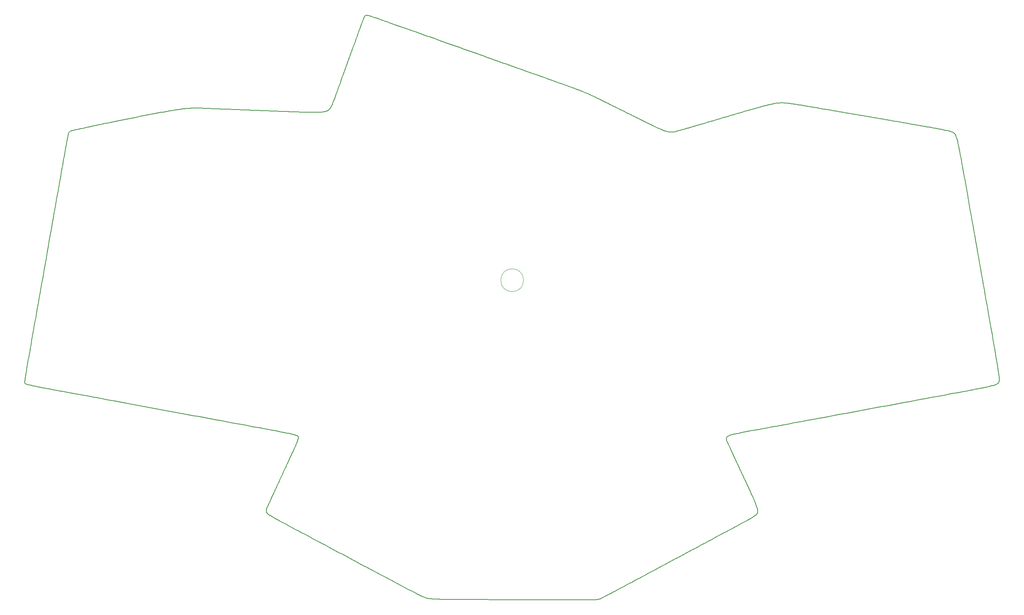
<source format=gm1>
G04 #@! TF.GenerationSoftware,KiCad,Pcbnew,(6.0.4)*
G04 #@! TF.CreationDate,2022-12-01T16:17:54-05:00*
G04 #@! TF.ProjectId,Ostrich,4f737472-6963-4682-9e6b-696361645f70,rev?*
G04 #@! TF.SameCoordinates,Original*
G04 #@! TF.FileFunction,Profile,NP*
%FSLAX46Y46*%
G04 Gerber Fmt 4.6, Leading zero omitted, Abs format (unit mm)*
G04 Created by KiCad (PCBNEW (6.0.4)) date 2022-12-01 16:17:54*
%MOMM*%
%LPD*%
G01*
G04 APERTURE LIST*
%ADD10C,0.200000*%
G04 #@! TA.AperFunction,Profile*
%ADD11C,0.200000*%
G04 #@! TD*
G04 #@! TA.AperFunction,Profile*
%ADD12C,0.100000*%
G04 #@! TD*
G04 APERTURE END LIST*
D10*
X51936320Y-110326195D02*
X52898208Y-110504689D01*
X53911431Y-110692633D01*
X54972560Y-110889392D01*
X56078165Y-111094334D01*
X57224818Y-111306828D01*
X58409090Y-111526239D01*
X59627553Y-111751936D01*
X60876778Y-111983287D01*
X62153336Y-112219658D01*
X63453798Y-112460416D01*
X64774736Y-112704931D01*
X66112722Y-112952568D01*
X67464326Y-113202695D01*
X68826119Y-113454680D01*
X70194674Y-113707890D01*
X71566561Y-113961693D01*
X72938351Y-114215456D01*
X74306617Y-114468546D01*
X75667929Y-114720332D01*
X77018858Y-114970179D01*
X78355976Y-115217457D01*
X79675854Y-115461531D01*
X80975064Y-115701771D01*
X82250176Y-115937542D01*
X83497763Y-116168213D01*
X84714395Y-116393151D01*
X85896643Y-116611724D01*
X87041080Y-116823298D01*
X88144276Y-117027242D01*
X89202802Y-117222922D01*
X90213230Y-117409706D01*
X91172132Y-117586963D01*
X52855139Y-51467435D02*
X52639072Y-51514617D01*
X52364464Y-51574589D01*
X52143152Y-51622939D01*
X51919132Y-51671934D01*
X51702386Y-51719535D01*
X51497297Y-51765766D01*
X51469036Y-51772337D01*
X249857108Y-61534446D02*
X249716496Y-60741540D01*
X249584053Y-59996010D01*
X249459328Y-59296327D01*
X249341870Y-58640962D01*
X249231230Y-58028387D01*
X249126955Y-57457075D01*
X249028596Y-56925496D01*
X248935702Y-56432123D01*
X248847821Y-55975426D01*
X248764503Y-55553879D01*
X248685298Y-55165953D01*
X248609755Y-54810119D01*
X248537422Y-54484849D01*
X248467850Y-54188616D01*
X248400587Y-53919890D01*
X248335184Y-53677143D01*
X248271188Y-53458848D01*
X248208149Y-53263475D01*
X248083141Y-52935386D01*
X247956554Y-52680650D01*
X247824782Y-52487040D01*
X247684218Y-52342331D01*
X247449002Y-52190211D01*
X247173725Y-52079347D01*
X163173182Y-156253890D02*
X163602032Y-156255228D01*
X164006211Y-156256442D01*
X164386559Y-156257493D01*
X164743915Y-156258344D01*
X165079122Y-156258957D01*
X165393018Y-156259293D01*
X165686446Y-156259315D01*
X165960244Y-156258985D01*
X166215255Y-156258265D01*
X166452319Y-156257117D01*
X166672275Y-156255503D01*
X166875965Y-156253386D01*
X167237909Y-156247488D01*
X167544874Y-156239120D01*
X167803585Y-156227980D01*
X168020767Y-156213763D01*
X168283381Y-156186006D01*
X168490381Y-156149623D01*
X168719093Y-156085922D01*
X168828314Y-156046881D01*
X203986867Y-136456978D02*
X203950868Y-136199348D01*
X203884388Y-135906674D01*
X203823096Y-135690573D01*
X203748203Y-135456622D01*
X203659687Y-135203914D01*
X203557525Y-134931537D01*
X203441697Y-134638582D01*
X203312180Y-134324141D01*
X203168954Y-133987303D01*
X203011995Y-133627160D01*
X202928360Y-133438064D01*
X202841284Y-133242801D01*
X202750764Y-133041257D01*
X202656798Y-132833318D01*
X202559383Y-132618870D01*
X202458515Y-132397800D01*
X202354194Y-132169994D01*
X202246415Y-131935339D01*
X202135176Y-131693720D01*
X202020475Y-131445025D01*
X94777891Y-136885756D02*
X94936064Y-137053746D01*
X95118609Y-137200914D01*
X95283067Y-137316297D01*
X95489402Y-137449971D01*
X95744189Y-137605767D01*
X96054001Y-137787520D01*
X96231596Y-137889328D01*
X96425412Y-137999063D01*
X96636271Y-138117204D01*
X96864995Y-138244230D01*
X97112405Y-138380621D01*
X97379324Y-138526854D01*
X97666572Y-138683411D01*
X97974972Y-138850769D01*
X98305346Y-139029409D01*
X98658514Y-139219809D01*
X99035299Y-139422448D01*
X99436522Y-139637805D01*
X99863005Y-139866361D01*
X100315570Y-140108594D01*
X100795038Y-140364982D01*
X101302232Y-140636007D01*
X101837973Y-140922146D01*
X82964833Y-46904452D02*
X82590312Y-46888140D01*
X82232590Y-46872531D01*
X81890666Y-46857720D01*
X81563535Y-46843804D01*
X81250195Y-46830878D01*
X80949643Y-46819039D01*
X80660875Y-46808383D01*
X80382888Y-46799006D01*
X80114680Y-46791004D01*
X79855248Y-46784473D01*
X79603587Y-46779510D01*
X79358696Y-46776210D01*
X79119571Y-46774669D01*
X78885210Y-46774985D01*
X78654608Y-46777252D01*
X78426764Y-46781567D01*
X78200673Y-46788026D01*
X77975333Y-46796725D01*
X77749742Y-46807760D01*
X77522895Y-46821228D01*
X77293790Y-46837224D01*
X77061424Y-46855845D01*
X76824793Y-46877186D01*
X76582896Y-46901344D01*
X76334727Y-46928416D01*
X76079286Y-46958496D01*
X75815568Y-46991681D01*
X75542570Y-47028068D01*
X75259290Y-47067752D01*
X74964724Y-47110830D01*
X74657869Y-47157397D01*
X74337723Y-47207551D01*
X51469036Y-51772362D02*
X51260406Y-51826629D01*
X51054311Y-51903470D01*
X50877444Y-52005094D01*
X50800000Y-52070000D01*
X48912603Y-61804346D02*
X48755450Y-62697029D01*
X48589719Y-63638862D01*
X48415980Y-64626563D01*
X48234805Y-65656851D01*
X48046767Y-66726446D01*
X47852438Y-67832066D01*
X47652389Y-68970431D01*
X47447193Y-70138260D01*
X47237423Y-71332271D01*
X47023649Y-72549185D01*
X46806445Y-73785720D01*
X46586382Y-75038595D01*
X46364032Y-76304530D01*
X46139968Y-77580244D01*
X45914761Y-78862455D01*
X45688984Y-80147883D01*
X45463208Y-81433247D01*
X45238006Y-82715266D01*
X45013951Y-83990660D01*
X44791613Y-85256147D01*
X44571565Y-86508446D01*
X44354379Y-87744277D01*
X44140628Y-88960359D01*
X43930883Y-90153411D01*
X43725717Y-91320151D01*
X43525701Y-92457300D01*
X43331407Y-93561577D01*
X43143408Y-94629699D01*
X42962277Y-95658388D01*
X42788584Y-96644361D01*
X42622901Y-97584338D01*
X42465803Y-98475038D01*
X143220974Y-156187394D02*
X143808592Y-156189495D01*
X144411777Y-156191636D01*
X145029203Y-156193812D01*
X145659546Y-156196018D01*
X146301479Y-156198251D01*
X146953678Y-156200507D01*
X147614818Y-156202781D01*
X148283574Y-156205070D01*
X148958620Y-156207369D01*
X149638632Y-156209676D01*
X150322285Y-156211984D01*
X151008252Y-156214291D01*
X151695210Y-156216592D01*
X152381834Y-156218884D01*
X153066797Y-156221162D01*
X153748775Y-156223423D01*
X154426443Y-156225662D01*
X155098476Y-156227875D01*
X155763548Y-156230058D01*
X156420335Y-156232207D01*
X157067512Y-156234318D01*
X157703752Y-156236388D01*
X158327733Y-156238412D01*
X158938127Y-156240385D01*
X159533610Y-156242305D01*
X160112858Y-156244166D01*
X160674544Y-156245965D01*
X161217345Y-156247699D01*
X161739933Y-156249362D01*
X162240986Y-156250951D01*
X162719177Y-156252461D01*
X163173182Y-156253890D01*
X101763754Y-119993918D02*
X101769170Y-120244438D01*
X101717822Y-120505908D01*
X101643930Y-120749054D01*
X101576783Y-120937635D01*
X101494685Y-121149941D01*
X101397081Y-121388150D01*
X101283421Y-121654438D01*
X101153150Y-121950982D01*
X101005716Y-122279960D01*
X100840567Y-122643547D01*
X100751177Y-122838999D01*
X100657150Y-123043920D01*
X100558419Y-123258582D01*
X100454913Y-123483257D01*
X100346564Y-123718217D01*
X100233303Y-123963734D01*
X116896160Y-26094766D02*
X116694108Y-26148485D01*
X116549571Y-26325821D01*
X116446680Y-26521433D01*
X116322815Y-26802445D01*
X116225013Y-27044703D01*
X116112528Y-27336124D01*
X115983217Y-27681192D01*
X115911581Y-27875245D01*
X115834934Y-28084390D01*
X115753008Y-28309189D01*
X115665535Y-28550202D01*
X115572247Y-28807988D01*
X115472876Y-29083109D01*
X115367153Y-29376125D01*
X115254812Y-29687596D01*
X74337723Y-47207551D02*
X74003579Y-47261338D01*
X73655908Y-47318633D01*
X73295473Y-47379261D01*
X72923039Y-47443048D01*
X72539371Y-47509820D01*
X72145234Y-47579403D01*
X71741392Y-47651622D01*
X71328610Y-47726303D01*
X70907653Y-47803271D01*
X70479286Y-47882353D01*
X70044273Y-47963374D01*
X69603379Y-48046160D01*
X69157369Y-48130536D01*
X68707008Y-48216329D01*
X68253060Y-48303364D01*
X67796289Y-48391466D01*
X67337462Y-48480462D01*
X66877342Y-48570178D01*
X66416694Y-48660438D01*
X65956283Y-48751069D01*
X65496874Y-48841896D01*
X65039232Y-48932745D01*
X64584120Y-49023442D01*
X64132305Y-49113813D01*
X63684550Y-49203683D01*
X63241620Y-49292878D01*
X62804280Y-49381224D01*
X62373296Y-49468547D01*
X61949430Y-49554671D01*
X61533449Y-49639424D01*
X61126118Y-49722630D01*
X60728200Y-49804116D01*
X91172132Y-117586963D02*
X92076920Y-117754229D01*
X92928381Y-117911719D01*
X93728145Y-118059815D01*
X94477845Y-118198901D01*
X95179109Y-118329361D01*
X95833570Y-118451580D01*
X96442857Y-118565941D01*
X97008602Y-118672827D01*
X97532436Y-118772623D01*
X98015988Y-118865713D01*
X98460891Y-118952480D01*
X98868774Y-119033309D01*
X99241268Y-119108583D01*
X99580005Y-119178685D01*
X99886615Y-119244001D01*
X100162728Y-119304914D01*
X100409976Y-119361807D01*
X100629989Y-119415065D01*
X100824398Y-119465071D01*
X101142928Y-119556864D01*
X101378611Y-119640257D01*
X101605335Y-119756315D01*
X101739435Y-119910321D01*
X101763754Y-119993918D01*
X247513831Y-110294851D02*
X248371082Y-110135275D01*
X249177993Y-109984782D01*
X249936114Y-109842968D01*
X250646997Y-109709431D01*
X251312193Y-109583765D01*
X251933254Y-109465570D01*
X252511730Y-109354440D01*
X253049172Y-109249973D01*
X253547132Y-109151765D01*
X254007162Y-109059413D01*
X254430812Y-108972513D01*
X254819633Y-108890663D01*
X255175178Y-108813459D01*
X255498996Y-108740497D01*
X255792640Y-108671374D01*
X256057660Y-108605688D01*
X256295607Y-108543033D01*
X256508034Y-108483008D01*
X256862529Y-108369232D01*
X257133555Y-108261133D01*
X257333521Y-108155484D01*
X257527380Y-107994544D01*
X257631160Y-107820967D01*
X257670986Y-107692850D01*
D11*
X51469036Y-51772337D02*
X51469036Y-51772337D01*
D10*
X131932630Y-156061791D02*
X132289977Y-156077557D01*
X132684195Y-156091714D01*
X132895770Y-156098226D01*
X133117331Y-156104380D01*
X133349132Y-156110191D01*
X133591431Y-156115674D01*
X133844482Y-156120843D01*
X134108542Y-156125713D01*
X134383867Y-156130300D01*
X134670712Y-156134619D01*
X134969334Y-156138683D01*
X135279988Y-156142508D01*
X135602930Y-156146108D01*
X135938416Y-156149500D01*
X136286702Y-156152696D01*
X136648043Y-156155713D01*
X137022697Y-156158565D01*
X137410917Y-156161267D01*
X137812962Y-156163834D01*
X138229085Y-156166280D01*
X138659544Y-156168621D01*
X139104594Y-156170872D01*
X139564490Y-156173046D01*
X140039490Y-156175160D01*
X140529848Y-156177227D01*
X141035820Y-156179264D01*
X141557663Y-156181284D01*
X142095632Y-156183302D01*
X142649984Y-156185334D01*
X143220974Y-156187394D01*
X124192716Y-152831342D02*
X124702786Y-153102470D01*
X125183168Y-153357598D01*
X125635100Y-153597228D01*
X126059820Y-153821860D01*
X126458568Y-154031999D01*
X126832581Y-154228145D01*
X127183098Y-154410801D01*
X127511359Y-154580469D01*
X127818600Y-154737651D01*
X128106061Y-154882850D01*
X128374981Y-155016568D01*
X128626597Y-155139306D01*
X128862149Y-155251567D01*
X129082875Y-155353854D01*
X129290013Y-155446668D01*
X129484803Y-155530511D01*
X129842289Y-155673295D01*
X130165242Y-155786223D01*
X130463570Y-155873312D01*
X130747182Y-155938581D01*
X131025985Y-155986045D01*
X131309889Y-156019723D01*
X131608801Y-156043633D01*
X131932630Y-156061791D01*
X202020475Y-131445025D02*
X201902352Y-131189249D01*
X201781022Y-130926830D01*
X201656745Y-130658316D01*
X201529779Y-130384253D01*
X201400382Y-130105187D01*
X201268812Y-129821665D01*
X201135329Y-129534235D01*
X201000190Y-129243444D01*
X200863655Y-128949837D01*
X200725982Y-128653961D01*
X200587429Y-128356365D01*
X200448255Y-128057594D01*
X200308718Y-127758195D01*
X200169077Y-127458715D01*
X200029590Y-127159701D01*
X199890517Y-126861699D01*
X199752114Y-126565257D01*
X199614642Y-126270922D01*
X199478358Y-125979239D01*
X199343521Y-125690757D01*
X199210390Y-125406021D01*
X199079223Y-125125579D01*
X198950278Y-124849977D01*
X198823815Y-124579763D01*
X198700091Y-124315482D01*
X198579365Y-124057683D01*
X198461895Y-123806911D01*
X198347941Y-123563713D01*
X198237761Y-123328637D01*
X198131612Y-123102229D01*
X198029755Y-122885036D01*
X197932447Y-122677605D01*
X197451930Y-48582478D02*
X197098225Y-48687138D01*
X196744239Y-48791753D01*
X196390297Y-48896235D01*
X196036724Y-49000496D01*
X195683844Y-49104448D01*
X195331983Y-49208003D01*
X194981465Y-49311073D01*
X194632616Y-49413571D01*
X194285759Y-49515407D01*
X193941219Y-49616495D01*
X193599323Y-49716745D01*
X193260393Y-49816072D01*
X192924756Y-49914385D01*
X192592736Y-50011597D01*
X192264658Y-50107621D01*
X191940847Y-50202369D01*
X191621626Y-50295751D01*
X191307323Y-50387681D01*
X190998260Y-50478071D01*
X190694764Y-50566832D01*
X190397158Y-50653876D01*
X190105768Y-50739117D01*
X189820918Y-50822464D01*
X189542933Y-50903832D01*
X189272139Y-50983131D01*
X189008860Y-51060274D01*
X188753420Y-51135172D01*
X188506145Y-51207738D01*
X188267360Y-51277884D01*
X188037388Y-51345522D01*
X187816556Y-51410564D01*
X187605188Y-51472922D01*
X98969475Y-47540213D02*
X98513696Y-47523283D01*
X98045216Y-47505784D01*
X97565017Y-47487755D01*
X97074084Y-47469233D01*
X96573400Y-47450256D01*
X96063950Y-47430863D01*
X95546717Y-47411090D01*
X95022686Y-47390976D01*
X94492841Y-47370559D01*
X93958166Y-47349877D01*
X93419644Y-47328967D01*
X92878259Y-47307867D01*
X92334996Y-47286616D01*
X91790839Y-47265251D01*
X91246772Y-47243811D01*
X90703778Y-47222332D01*
X90162842Y-47200854D01*
X89624947Y-47179413D01*
X89091078Y-47158049D01*
X88562219Y-47136797D01*
X88039353Y-47115698D01*
X87523465Y-47094788D01*
X87015538Y-47074106D01*
X86516557Y-47053688D01*
X86027506Y-47033574D01*
X85549368Y-47013802D01*
X85083128Y-46994408D01*
X84629770Y-46975431D01*
X84190277Y-46956909D01*
X83765634Y-46938880D01*
X83356824Y-46921381D01*
X82964833Y-46904452D01*
X257670986Y-107692850D02*
X257709896Y-107469803D01*
X257723495Y-107179881D01*
X257716007Y-106931633D01*
X257693534Y-106626942D01*
X257654579Y-106255119D01*
X257628455Y-106040693D01*
X257597649Y-105805477D01*
X257561977Y-105548134D01*
X257521249Y-105267327D01*
X257475281Y-104961722D01*
X257423884Y-104629982D01*
X257366873Y-104270771D01*
X257304060Y-103882753D01*
X257235258Y-103464592D01*
X257160281Y-103014951D01*
X257078942Y-102532496D01*
X256991054Y-102015890D01*
X256896430Y-101463797D01*
X256794883Y-100874880D01*
X256686227Y-100247804D01*
X256570275Y-99581234D01*
X256446839Y-98873832D01*
X256315733Y-98124263D01*
X256176771Y-97331190D01*
X256029765Y-96493279D01*
X144499737Y-35719715D02*
X143767589Y-35459860D01*
X143028624Y-35197557D01*
X142283861Y-34933172D01*
X141534321Y-34667073D01*
X140781026Y-34399627D01*
X140024994Y-34131199D01*
X139267247Y-33862158D01*
X138508805Y-33592868D01*
X137750689Y-33323699D01*
X136993919Y-33055015D01*
X136239516Y-32787185D01*
X135488501Y-32520574D01*
X134741893Y-32255550D01*
X134000714Y-31992480D01*
X133265984Y-31731729D01*
X132538724Y-31473666D01*
X131819953Y-31218657D01*
X131110693Y-30967068D01*
X130411965Y-30719266D01*
X129724787Y-30475619D01*
X129050182Y-30236492D01*
X128389170Y-30002254D01*
X127742771Y-29773270D01*
X127112006Y-29549907D01*
X126497895Y-29332533D01*
X125901459Y-29121513D01*
X125323718Y-28917216D01*
X124765694Y-28720006D01*
X124228405Y-28530253D01*
X123712874Y-28348321D01*
X123220120Y-28174578D01*
X122751165Y-28009392D01*
X168843224Y-44827317D02*
X168630236Y-44722243D01*
X168425954Y-44621648D01*
X168229557Y-44525204D01*
X168040219Y-44432580D01*
X167857119Y-44343449D01*
X167506339Y-44174349D01*
X167170633Y-44015270D01*
X166843417Y-43863582D01*
X166518105Y-43716653D01*
X166188115Y-43571851D01*
X165846863Y-43426546D01*
X165487763Y-43278106D01*
X165299463Y-43201887D01*
X165104233Y-43123898D01*
X164901248Y-43043810D01*
X164689687Y-42961293D01*
X164468726Y-42876018D01*
X164237543Y-42787658D01*
X163995313Y-42695881D01*
X163741215Y-42600361D01*
X163474425Y-42500768D01*
X163194120Y-42396772D01*
X162899477Y-42288045D01*
X162589674Y-42174259D01*
X162263887Y-42055084D01*
X162263887Y-42055084D02*
X161921477Y-41930261D01*
X161562542Y-41799811D01*
X161187363Y-41663826D01*
X160796218Y-41522396D01*
X160389389Y-41375611D01*
X159967155Y-41223563D01*
X159529797Y-41066341D01*
X159077594Y-40904037D01*
X158610827Y-40736741D01*
X158129776Y-40564544D01*
X157634721Y-40387537D01*
X157125942Y-40205809D01*
X156603719Y-40019453D01*
X156068333Y-39828558D01*
X155520063Y-39633215D01*
X154959189Y-39433515D01*
X154385993Y-39229548D01*
X153800753Y-39021406D01*
X153203750Y-38809178D01*
X152595265Y-38592956D01*
X151975577Y-38372830D01*
X151344966Y-38148891D01*
X150703712Y-37921229D01*
X150052096Y-37689935D01*
X149390398Y-37455100D01*
X148718897Y-37216814D01*
X148037875Y-36975169D01*
X147347611Y-36730254D01*
X146648384Y-36482160D01*
X145940477Y-36230979D01*
X145224167Y-35976800D01*
X144499737Y-35719715D01*
X42465803Y-98475038D02*
X42317729Y-99313999D01*
X42178588Y-100102032D01*
X42048157Y-100840768D01*
X41926214Y-101531836D01*
X41812535Y-102176868D01*
X41706899Y-102777496D01*
X41609082Y-103335350D01*
X41518862Y-103852061D01*
X41436017Y-104329260D01*
X41360322Y-104768578D01*
X41291557Y-105171646D01*
X41229498Y-105540096D01*
X41173922Y-105875557D01*
X41124607Y-106179662D01*
X41081331Y-106454041D01*
X41043870Y-106700325D01*
X41012001Y-106920145D01*
X40964153Y-107286918D01*
X40936004Y-107567407D01*
X40925774Y-107774661D01*
X40940129Y-107976767D01*
X41053717Y-108150863D01*
X122751165Y-28009392D02*
X122306737Y-27853023D01*
X121886407Y-27705333D01*
X121489451Y-27566076D01*
X121115146Y-27435007D01*
X120762769Y-27311881D01*
X120431598Y-27196453D01*
X120120909Y-27088479D01*
X119829980Y-26987712D01*
X119558088Y-26893909D01*
X119304510Y-26806824D01*
X119068523Y-26726212D01*
X118849404Y-26651828D01*
X118646431Y-26583428D01*
X118286029Y-26463596D01*
X117981534Y-26364756D01*
X117727164Y-26284950D01*
X117517136Y-26222216D01*
X117272583Y-26155839D01*
X117047734Y-26108797D01*
X116896160Y-26094766D01*
X215844579Y-46497900D02*
X215335651Y-46410853D01*
X214853238Y-46328495D01*
X214396220Y-46250794D01*
X213963474Y-46177716D01*
X213553880Y-46109230D01*
X213166318Y-46045303D01*
X212799666Y-45985902D01*
X212452804Y-45930994D01*
X212124611Y-45880548D01*
X211813966Y-45834531D01*
X211519748Y-45792911D01*
X211240837Y-45755654D01*
X210976112Y-45722728D01*
X210724451Y-45694102D01*
X210484734Y-45669742D01*
X210255841Y-45649616D01*
X210036650Y-45633691D01*
X209826041Y-45621935D01*
X209622892Y-45614315D01*
X209234494Y-45611356D01*
X208862489Y-45624552D01*
X208497911Y-45653644D01*
X208131793Y-45698372D01*
X207755169Y-45758477D01*
X207359072Y-45833697D01*
X207150920Y-45876895D01*
X95775679Y-133618248D02*
X95671708Y-133842339D01*
X95573204Y-134054689D01*
X95480091Y-134255684D01*
X95392291Y-134445713D01*
X95232322Y-134794419D01*
X95092679Y-135103903D01*
X94972747Y-135377263D01*
X94871907Y-135617594D01*
X94789544Y-135827996D01*
X94699291Y-136094252D01*
X94647139Y-136310587D01*
X94633272Y-136539442D01*
X94698463Y-136764583D01*
X94777891Y-136885756D01*
X110316671Y-43348808D02*
X110198588Y-43674561D01*
X110086633Y-43982682D01*
X109980393Y-44273688D01*
X109879456Y-44548096D01*
X109783408Y-44806423D01*
X109691836Y-45049186D01*
X109604328Y-45276902D01*
X109520472Y-45490088D01*
X109439853Y-45689262D01*
X109362059Y-45874940D01*
X109213297Y-46207877D01*
X109070881Y-46493036D01*
X108931510Y-46734555D01*
X108791881Y-46936568D01*
X108648692Y-47103214D01*
X108498639Y-47238628D01*
X108253466Y-47392238D01*
X107974274Y-47498846D01*
X107763742Y-47550700D01*
X107529834Y-47592005D01*
X100233303Y-123963734D02*
X100115126Y-124219914D01*
X99992298Y-124486205D01*
X99865147Y-124761890D01*
X99734002Y-125046250D01*
X99599191Y-125338569D01*
X99461044Y-125638129D01*
X99319890Y-125944213D01*
X99176057Y-126256103D01*
X99029875Y-126573083D01*
X98881672Y-126894434D01*
X98731777Y-127219439D01*
X98580520Y-127547381D01*
X98428228Y-127877543D01*
X98275231Y-128209207D01*
X98121858Y-128541656D01*
X97968438Y-128874173D01*
X97815300Y-129206040D01*
X97662772Y-129536539D01*
X97511184Y-129864954D01*
X97360864Y-130190567D01*
X97212141Y-130512660D01*
X97065344Y-130830517D01*
X96920803Y-131143420D01*
X96778846Y-131450652D01*
X96639801Y-131751494D01*
X96503998Y-132045231D01*
X96371766Y-132331144D01*
X96243434Y-132608516D01*
X96119330Y-132876629D01*
X95999784Y-133134767D01*
X95885123Y-133382213D01*
X95775679Y-133618248D01*
X60728200Y-49804116D02*
X60340315Y-49883737D01*
X59962517Y-49961473D01*
X59594711Y-50037335D01*
X59236805Y-50111331D01*
X58888704Y-50183474D01*
X58550316Y-50253772D01*
X58221546Y-50322235D01*
X57902302Y-50388875D01*
X57592490Y-50453701D01*
X57292017Y-50516723D01*
X57000789Y-50577951D01*
X56718712Y-50637396D01*
X56445694Y-50695068D01*
X56181640Y-50750977D01*
X55926458Y-50805133D01*
X55680054Y-50857546D01*
X55442335Y-50908226D01*
X55213206Y-50957185D01*
X54992575Y-51004430D01*
X54780348Y-51049974D01*
X54576432Y-51093826D01*
X54380733Y-51135996D01*
X54013614Y-51215331D01*
X53678242Y-51288062D01*
X53373871Y-51354268D01*
X53099752Y-51414032D01*
X52855139Y-51467435D01*
X197976770Y-140544829D02*
X198485277Y-140273422D01*
X198964851Y-140017388D01*
X199416316Y-139776116D01*
X199840497Y-139548997D01*
X200238217Y-139335419D01*
X200610302Y-139134773D01*
X200957575Y-138946447D01*
X201280861Y-138769831D01*
X201580984Y-138604315D01*
X201858768Y-138449289D01*
X202115039Y-138304142D01*
X202350619Y-138168263D01*
X202566334Y-138041042D01*
X202763009Y-137921868D01*
X202941466Y-137810132D01*
X203247028Y-137606530D01*
X203489614Y-137425350D01*
X203675821Y-137261710D01*
X203812242Y-137110726D01*
X203937953Y-136897298D01*
X203988742Y-136684876D01*
X203986867Y-136456978D01*
X247173725Y-52079347D02*
X246961779Y-52009851D01*
X246722033Y-51939339D01*
X246449906Y-51866795D01*
X246140818Y-51791199D01*
X245790188Y-51711534D01*
X245393435Y-51626781D01*
X245176332Y-51582178D01*
X244945980Y-51535922D01*
X244701807Y-51487884D01*
X244443240Y-51437939D01*
X244169708Y-51385958D01*
X243880637Y-51331814D01*
X243575454Y-51275380D01*
X243253588Y-51216529D01*
X242914465Y-51155133D01*
X242557514Y-51091065D01*
X242182161Y-51024198D01*
X241787833Y-50954405D01*
X241373960Y-50881558D01*
X240939966Y-50805531D01*
X240485282Y-50726195D01*
X240009332Y-50643424D01*
X239511546Y-50557090D01*
X238991350Y-50467066D01*
X238448172Y-50373224D01*
X237881440Y-50275439D01*
X168828314Y-156046881D02*
X169070295Y-155948599D01*
X169299327Y-155844256D01*
X169487508Y-155753489D01*
X169712080Y-155641639D01*
X169979899Y-155505175D01*
X170297820Y-155340567D01*
X170477710Y-155246606D01*
X170672696Y-155144284D01*
X170883635Y-155033162D01*
X171111383Y-154912797D01*
X171356798Y-154782749D01*
X171620736Y-154642575D01*
X171904055Y-154491835D01*
X172207610Y-154330087D01*
X172532258Y-154156890D01*
X172878858Y-153971803D01*
X173248265Y-153774384D01*
X173641336Y-153564193D01*
X174058928Y-153340787D01*
X174501899Y-153103726D01*
X174971104Y-152852568D01*
X175467401Y-152586872D01*
X175991647Y-152306197D01*
X183724195Y-51960932D02*
X183502055Y-51891116D01*
X183264829Y-51809115D01*
X183011815Y-51714876D01*
X182742307Y-51608345D01*
X182455602Y-51489467D01*
X182150995Y-51358188D01*
X181827784Y-51214454D01*
X181485264Y-51058212D01*
X181122730Y-50889407D01*
X180933739Y-50800277D01*
X180739480Y-50707986D01*
X180539866Y-50612528D01*
X180334809Y-50513894D01*
X180124221Y-50412080D01*
X179908014Y-50307078D01*
X179686099Y-50198881D01*
X179458390Y-50087483D01*
X179224797Y-49972877D01*
X178985233Y-49855056D01*
X178739610Y-49734013D01*
X178487840Y-49609742D01*
X178229835Y-49482236D01*
X177965507Y-49351488D01*
X187605188Y-51472922D02*
X187403484Y-51532523D01*
X187211152Y-51589343D01*
X186852928Y-51694612D01*
X186527169Y-51788661D01*
X186230529Y-51871428D01*
X185959662Y-51942846D01*
X185711222Y-52002851D01*
X185481864Y-52051379D01*
X185268241Y-52088364D01*
X185067006Y-52113741D01*
X184781065Y-52129902D01*
X184504178Y-52119581D01*
X184225052Y-52082560D01*
X183932394Y-52018621D01*
X183724195Y-51960932D01*
X197932447Y-122677605D02*
X197839909Y-122480338D01*
X197752199Y-122293067D01*
X197591345Y-121947253D01*
X197450049Y-121637650D01*
X197328471Y-121361744D01*
X197226775Y-121117024D01*
X197145123Y-120900977D01*
X197060583Y-120625173D01*
X197022057Y-120399750D01*
X197043214Y-120162902D01*
X197148448Y-119980447D01*
X197339060Y-119832286D01*
X197466789Y-119764784D01*
X209849365Y-117258541D02*
X210808094Y-117081582D01*
X211812322Y-116896234D01*
X212858907Y-116703074D01*
X213944708Y-116502679D01*
X215066581Y-116295623D01*
X216221387Y-116082486D01*
X217405984Y-115863842D01*
X218617230Y-115640268D01*
X219851983Y-115412342D01*
X221107102Y-115180640D01*
X222379446Y-114945738D01*
X223665872Y-114708213D01*
X224963240Y-114468641D01*
X226268407Y-114227600D01*
X227578233Y-113985666D01*
X228889576Y-113743415D01*
X230199294Y-113501424D01*
X231504245Y-113260269D01*
X232801288Y-113020528D01*
X234087282Y-112782776D01*
X235359085Y-112547592D01*
X236613556Y-112315550D01*
X237847552Y-112087227D01*
X239057933Y-111863201D01*
X240241556Y-111644048D01*
X241395281Y-111430344D01*
X242515966Y-111222667D01*
X243600468Y-111021592D01*
X244645648Y-110827696D01*
X245648362Y-110641556D01*
X246605470Y-110463749D01*
X247513831Y-110294851D01*
X41053717Y-108150863D02*
X41245191Y-108243706D01*
X41470112Y-108311986D01*
X41693377Y-108368187D01*
X41990677Y-108435980D01*
X42375198Y-108517979D01*
X42604287Y-108565121D01*
X42860125Y-108616794D01*
X43144361Y-108673324D01*
X43458642Y-108735038D01*
X43804617Y-108802263D01*
X44183935Y-108875324D01*
X44598242Y-108954549D01*
X45049187Y-109040264D01*
X45538419Y-109132795D01*
X46067584Y-109232469D01*
X46638333Y-109339613D01*
X47252312Y-109454553D01*
X47911169Y-109577615D01*
X48616553Y-109709127D01*
X49370112Y-109849414D01*
X50173494Y-109998803D01*
X51028347Y-110157621D01*
X51936320Y-110326195D01*
X197466789Y-119764784D02*
X197705339Y-119664812D01*
X197909655Y-119595624D01*
X198162793Y-119521712D01*
X198475549Y-119440771D01*
X198858720Y-119350492D01*
X199080086Y-119301131D01*
X199323103Y-119248570D01*
X199589123Y-119192521D01*
X199879495Y-119132697D01*
X200195568Y-119068808D01*
X200538691Y-119000566D01*
X200910215Y-118927684D01*
X201311489Y-118849872D01*
X201743863Y-118766842D01*
X202208686Y-118678306D01*
X202707308Y-118583976D01*
X203241078Y-118483562D01*
X203811346Y-118376778D01*
X204419461Y-118263334D01*
X205066774Y-118142943D01*
X205754633Y-118015315D01*
X206484388Y-117880163D01*
X207257390Y-117737197D01*
X208074986Y-117586131D01*
X208938528Y-117426675D01*
X209849365Y-117258541D01*
X107529834Y-47592005D02*
X107269501Y-47626255D01*
X106980731Y-47654345D01*
X106661767Y-47676524D01*
X106310856Y-47693040D01*
X105926244Y-47704142D01*
X105720752Y-47707742D01*
X105506176Y-47710081D01*
X105282298Y-47711191D01*
X105048898Y-47711103D01*
X104805756Y-47709849D01*
X104552655Y-47707460D01*
X104289374Y-47703966D01*
X104015693Y-47699399D01*
X103731395Y-47693790D01*
X103436259Y-47687170D01*
X103130066Y-47679571D01*
X102812597Y-47671022D01*
X102483632Y-47661556D01*
X102142953Y-47651204D01*
X101790340Y-47639997D01*
X101425573Y-47627965D01*
X101048434Y-47615140D01*
X100658703Y-47601554D01*
X100256161Y-47587237D01*
X99840588Y-47572220D01*
X99411766Y-47556535D01*
X98969475Y-47540213D01*
X50800000Y-52070000D02*
X50693956Y-52245191D01*
X50630023Y-52450906D01*
X50577695Y-52661459D01*
X50514717Y-52945841D01*
X50438617Y-53316995D01*
X50394873Y-53539157D01*
X50346922Y-53787866D01*
X50294455Y-54064740D01*
X50237162Y-54371397D01*
X50174734Y-54709454D01*
X50106862Y-55080530D01*
X50033238Y-55486244D01*
X49953552Y-55928211D01*
X49867494Y-56408052D01*
X49774757Y-56927383D01*
X49675032Y-57487823D01*
X49568008Y-58090989D01*
X49453377Y-58738499D01*
X49330830Y-59431972D01*
X49200058Y-60173026D01*
X49060752Y-60963277D01*
X48912603Y-61804346D01*
X256029765Y-96493279D02*
X255874652Y-95609911D01*
X255711837Y-94683344D01*
X255541845Y-93716548D01*
X255365203Y-92712494D01*
X255182438Y-91674152D01*
X254994076Y-90604495D01*
X254800644Y-89506492D01*
X254602668Y-88383115D01*
X254400675Y-87237336D01*
X254195192Y-86072124D01*
X253986744Y-84890451D01*
X253775858Y-83695288D01*
X253563062Y-82489605D01*
X253348881Y-81276375D01*
X253133842Y-80058568D01*
X252918471Y-78839154D01*
X252703296Y-77621106D01*
X252488842Y-76407393D01*
X252275636Y-75200987D01*
X252064204Y-74004860D01*
X251855074Y-72821981D01*
X251648772Y-71655322D01*
X251445824Y-70507853D01*
X251246756Y-69382547D01*
X251052096Y-68282374D01*
X250862370Y-67210304D01*
X250678104Y-66169310D01*
X250499825Y-65162361D01*
X250328059Y-64192429D01*
X250163333Y-63262486D01*
X250006174Y-62375501D01*
X249857108Y-61534446D01*
X207150920Y-45876895D02*
X206934763Y-45923760D01*
X206710617Y-45974194D01*
X206478717Y-46028083D01*
X206239304Y-46085313D01*
X205992614Y-46145769D01*
X205738887Y-46209340D01*
X205478359Y-46275910D01*
X205211270Y-46345366D01*
X204937858Y-46417594D01*
X204658360Y-46492481D01*
X204373016Y-46569913D01*
X204082062Y-46649776D01*
X203785738Y-46731956D01*
X203484281Y-46816341D01*
X203177930Y-46902815D01*
X202866923Y-46991266D01*
X202551498Y-47081579D01*
X202231893Y-47173642D01*
X201908347Y-47267339D01*
X201581097Y-47362558D01*
X201250382Y-47459185D01*
X200916439Y-47557107D01*
X200579508Y-47656208D01*
X200239827Y-47756376D01*
X199897632Y-47857497D01*
X199553164Y-47959458D01*
X199206659Y-48062144D01*
X198858356Y-48165442D01*
X198508494Y-48269238D01*
X198157310Y-48373418D01*
X197805042Y-48477869D01*
X197451930Y-48582478D01*
X115254812Y-29687596D02*
X115135697Y-30017794D01*
X115010116Y-30365846D01*
X114878487Y-30730590D01*
X114741231Y-31110864D01*
X114598766Y-31505506D01*
X114451512Y-31913357D01*
X114299889Y-32333253D01*
X114144317Y-32764035D01*
X113985214Y-33204540D01*
X113823002Y-33653607D01*
X113658098Y-34110076D01*
X113490924Y-34572784D01*
X113321898Y-35040570D01*
X113151439Y-35512273D01*
X112979969Y-35986732D01*
X112807906Y-36462785D01*
X112635669Y-36939271D01*
X112463679Y-37415029D01*
X112292356Y-37888897D01*
X112122117Y-38359714D01*
X111953384Y-38826318D01*
X111786576Y-39287549D01*
X111622112Y-39742244D01*
X111460412Y-40189244D01*
X111301896Y-40627385D01*
X111146983Y-41055508D01*
X110996093Y-41472450D01*
X110849645Y-41877050D01*
X110708060Y-42268147D01*
X110571756Y-42644580D01*
X110441153Y-43005187D01*
X110316671Y-43348808D01*
X101837973Y-140922146D02*
X102402629Y-141223630D01*
X102994768Y-141539705D01*
X103612504Y-141869365D01*
X104253954Y-142211610D01*
X104917233Y-142565435D01*
X105600457Y-142929837D01*
X106301742Y-143303814D01*
X107019205Y-143686363D01*
X107750960Y-144076481D01*
X108495125Y-144473164D01*
X109249814Y-144875410D01*
X110013143Y-145282216D01*
X110783229Y-145692579D01*
X111558187Y-146105496D01*
X112336134Y-146519964D01*
X113115185Y-146934980D01*
X113893455Y-147349540D01*
X114669062Y-147762643D01*
X115440120Y-148173285D01*
X116204746Y-148580463D01*
X116961056Y-148983174D01*
X117707165Y-149380416D01*
X118441189Y-149771185D01*
X119161244Y-150154478D01*
X119865447Y-150529292D01*
X120551912Y-150894625D01*
X121218756Y-151249473D01*
X121864095Y-151592834D01*
X122486045Y-151923704D01*
X123082721Y-152241080D01*
X123652239Y-152543961D01*
X124192716Y-152831342D01*
X175991647Y-152306197D02*
X176544248Y-152010341D01*
X177123823Y-151700047D01*
X177728541Y-151376296D01*
X178356571Y-151040070D01*
X179006085Y-150692349D01*
X179675251Y-150334116D01*
X180362241Y-149966352D01*
X181065223Y-149590037D01*
X181782369Y-149206153D01*
X182511847Y-148815682D01*
X183251829Y-148419605D01*
X184000484Y-148018902D01*
X184755982Y-147614556D01*
X185516493Y-147207548D01*
X186280187Y-146798859D01*
X187045235Y-146389469D01*
X187809805Y-145980362D01*
X188572069Y-145572517D01*
X189330197Y-145166917D01*
X190082357Y-144764542D01*
X190826721Y-144366374D01*
X191561458Y-143973394D01*
X192284739Y-143586583D01*
X192994733Y-143206923D01*
X193689610Y-142835396D01*
X194367541Y-142472981D01*
X195026695Y-142120661D01*
X195665243Y-141779418D01*
X196281354Y-141450231D01*
X196873199Y-141134083D01*
X197438948Y-140831955D01*
X197976770Y-140544829D01*
X177965507Y-49351488D02*
X177694868Y-49217532D01*
X177418317Y-49080579D01*
X177136352Y-48940882D01*
X176849471Y-48798693D01*
X176558172Y-48654262D01*
X176262954Y-48507841D01*
X175964314Y-48359683D01*
X175662751Y-48210039D01*
X175358762Y-48059160D01*
X175052846Y-47907299D01*
X174745501Y-47754707D01*
X174437224Y-47601637D01*
X174128514Y-47448339D01*
X173819870Y-47295065D01*
X173511789Y-47142068D01*
X173204769Y-46989599D01*
X172899308Y-46837909D01*
X172595905Y-46687251D01*
X172295057Y-46537876D01*
X171997263Y-46390036D01*
X171703020Y-46243983D01*
X171412828Y-46099968D01*
X171127183Y-45958243D01*
X170846585Y-45819061D01*
X170571530Y-45682672D01*
X170302518Y-45549328D01*
X170040046Y-45419281D01*
X169784612Y-45292784D01*
X169536715Y-45170086D01*
X169296852Y-45051442D01*
X169065523Y-44937101D01*
X168843224Y-44827317D01*
X237881440Y-50275439D02*
X237290943Y-50173648D01*
X236677940Y-50068061D01*
X236044048Y-49958952D01*
X235390882Y-49846596D01*
X234720063Y-49731268D01*
X234033205Y-49613242D01*
X233331928Y-49492794D01*
X232617849Y-49370198D01*
X231892584Y-49245728D01*
X231157752Y-49119660D01*
X230414970Y-48992269D01*
X229665855Y-48863828D01*
X228912025Y-48734614D01*
X228155097Y-48604900D01*
X227396689Y-48474962D01*
X226638419Y-48345073D01*
X225881902Y-48215510D01*
X225128758Y-48086546D01*
X224380603Y-47958457D01*
X223639056Y-47831518D01*
X222905732Y-47706002D01*
X222182251Y-47582185D01*
X221470229Y-47460342D01*
X220771284Y-47340747D01*
X220087032Y-47223675D01*
X219419093Y-47109401D01*
X218769083Y-46998199D01*
X218138619Y-46890346D01*
X217529319Y-46786114D01*
X216942801Y-46685779D01*
X216380681Y-46589616D01*
X215844579Y-46497900D01*
D12*
X151892000Y-85090000D02*
G75*
G03*
X151892000Y-85090000I-2540000J0D01*
G01*
M02*

</source>
